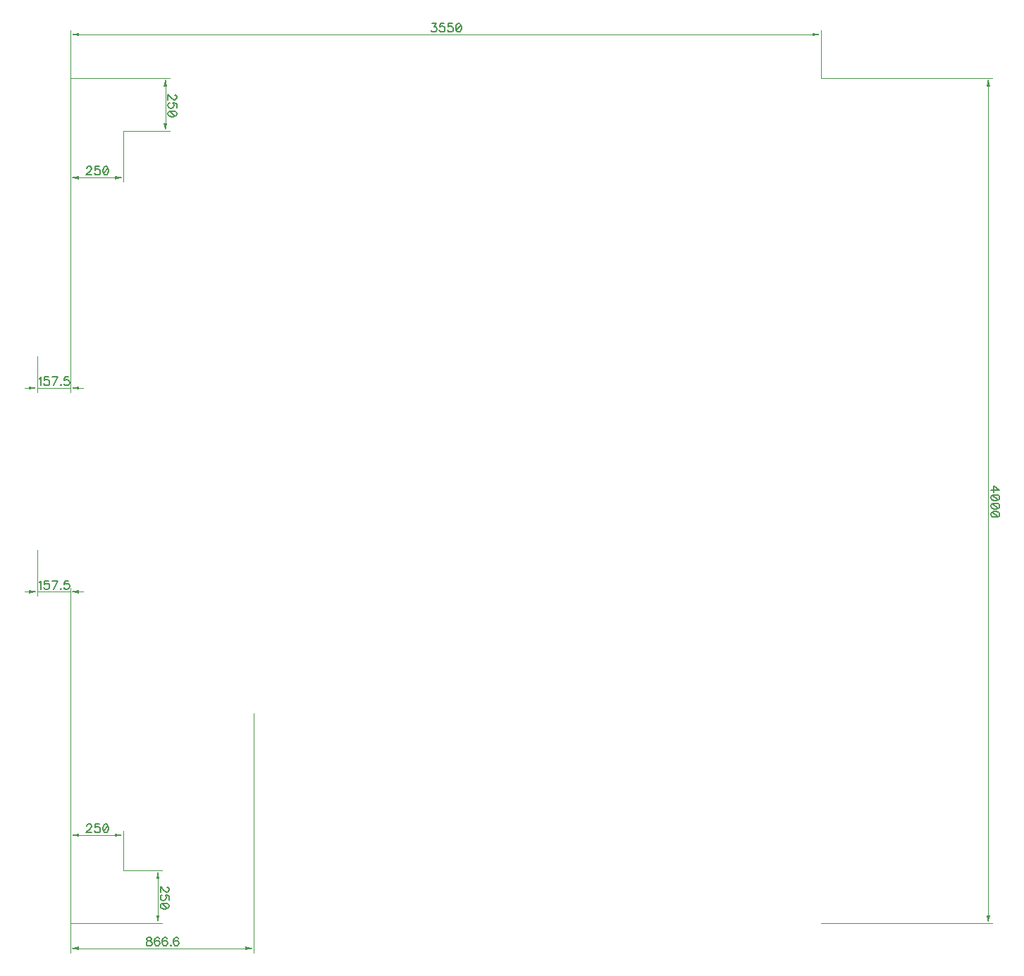
<source format=gbr>
G04 DipTrace 2.4.0.1*
%INTopDimension.gbr*%
%MOIN*%
%ADD13C,0.0014*%
%ADD254C,0.0062*%
%FSLAX44Y44*%
G04*
G70*
G90*
G75*
G01*
%LNTopDimension*%
%LPD*%
X0Y40000D2*
D13*
Y42277D1*
X35500Y40000D2*
Y42277D1*
X17750Y42080D2*
X394D1*
G36*
X0D2*
X394Y42159D1*
Y42001D1*
X0Y42080D1*
G37*
X17750D2*
D13*
X35106D1*
G36*
X35500D2*
X35106Y42001D1*
Y42159D1*
X35500Y42080D1*
G37*
Y40000D2*
D13*
X43617D1*
X35500Y0D2*
X43617D1*
X43420Y20000D2*
Y39606D1*
G36*
Y40000D2*
X43499Y39606D1*
X43341D1*
X43420Y40000D1*
G37*
Y20000D2*
D13*
Y394D1*
G36*
Y0D2*
X43341Y394D1*
X43499D1*
X43420Y0D1*
G37*
X-1575Y26850D2*
D13*
Y25153D1*
X0Y40000D2*
Y25153D1*
X-1575Y25350D2*
X0D1*
X-2166D2*
X-1969D1*
G36*
X-1575D2*
X-1969Y25271D1*
Y25429D1*
X-1575Y25350D1*
G37*
X591D2*
D13*
X394D1*
G36*
X0D2*
X394Y25429D1*
Y25271D1*
X0Y25350D1*
G37*
X-1575Y17680D2*
D13*
Y15503D1*
X0Y0D2*
Y15897D1*
X-1575Y15700D2*
X0D1*
X-2165D2*
X-1969D1*
G36*
X-1575D2*
X-1969Y15621D1*
Y15779D1*
X-1575Y15700D1*
G37*
X591D2*
D13*
X394D1*
G36*
X0D2*
X394Y15779D1*
Y15621D1*
X0Y15700D1*
G37*
Y0D2*
D13*
Y4377D1*
X2500Y2500D2*
Y4377D1*
X1250Y4180D2*
X394D1*
G36*
X0D2*
X394Y4259D1*
Y4101D1*
X0Y4180D1*
G37*
X1250D2*
D13*
X2106D1*
G36*
X2500D2*
X2106Y4101D1*
Y4259D1*
X2500Y4180D1*
G37*
X0Y40000D2*
D13*
Y35113D1*
X2500Y37500D2*
Y35113D1*
X1250Y35310D2*
X394D1*
G36*
X0D2*
X394Y35389D1*
Y35231D1*
X0Y35310D1*
G37*
X1250D2*
D13*
X2106D1*
G36*
X2500D2*
X2106Y35231D1*
Y35389D1*
X2500Y35310D1*
G37*
X0Y40000D2*
D13*
X4697D1*
X2500Y37500D2*
X4697D1*
X4500Y38750D2*
Y39606D1*
G36*
Y40000D2*
X4579Y39606D1*
X4421D1*
X4500Y40000D1*
G37*
Y38750D2*
D13*
Y37894D1*
G36*
Y37500D2*
X4421Y37894D1*
X4579D1*
X4500Y37500D1*
G37*
X0Y0D2*
D13*
X4337D1*
X2500Y2500D2*
X4337D1*
X4140Y1250D2*
Y394D1*
G36*
Y0D2*
X4061Y394D1*
X4219D1*
X4140Y0D1*
G37*
Y1250D2*
D13*
Y2106D1*
G36*
Y2500D2*
X4219Y2106D1*
X4061D1*
X4140Y2500D1*
G37*
X0Y0D2*
D13*
Y-1377D1*
X8666Y9955D2*
Y-1377D1*
X4333Y-1180D2*
X394D1*
G36*
X0D2*
X394Y-1101D1*
Y-1259D1*
X0Y-1180D1*
G37*
X4333D2*
D13*
X8272D1*
G36*
X8666D2*
X8272Y-1259D1*
Y-1101D1*
X8666Y-1180D1*
G37*
X17098Y42604D2*
D254*
X17308D1*
X17194Y42451D1*
X17251D1*
X17289Y42432D1*
X17308Y42413D1*
X17328Y42355D1*
Y42317D1*
X17308Y42260D1*
X17270Y42221D1*
X17213Y42202D1*
X17155D1*
X17098Y42221D1*
X17079Y42241D1*
X17060Y42279D1*
X17681Y42604D2*
X17490D1*
X17471Y42432D1*
X17490Y42451D1*
X17547Y42470D1*
X17604D1*
X17662Y42451D1*
X17700Y42413D1*
X17719Y42355D1*
Y42317D1*
X17700Y42260D1*
X17662Y42221D1*
X17604Y42202D1*
X17547D1*
X17490Y42221D1*
X17471Y42241D1*
X17451Y42279D1*
X18072Y42604D2*
X17881D1*
X17862Y42432D1*
X17881Y42451D1*
X17939Y42470D1*
X17996D1*
X18053Y42451D1*
X18092Y42413D1*
X18111Y42355D1*
Y42317D1*
X18092Y42260D1*
X18053Y42221D1*
X17996Y42202D1*
X17939D1*
X17881Y42221D1*
X17862Y42241D1*
X17843Y42279D1*
X18349Y42604D2*
X18292Y42585D1*
X18253Y42527D1*
X18234Y42432D1*
Y42374D1*
X18253Y42279D1*
X18292Y42221D1*
X18349Y42202D1*
X18387D1*
X18445Y42221D1*
X18483Y42279D1*
X18502Y42374D1*
Y42432D1*
X18483Y42527D1*
X18445Y42585D1*
X18387Y42604D1*
X18349D1*
X18483Y42527D2*
X18253Y42279D1*
X43542Y20508D2*
X43944D1*
X43676Y20700D1*
Y20413D1*
X43944Y20174D2*
X43925Y20232D1*
X43867Y20270D1*
X43772Y20289D1*
X43714D1*
X43619Y20270D1*
X43561Y20232D1*
X43542Y20174D1*
Y20136D1*
X43561Y20079D1*
X43619Y20041D1*
X43714Y20021D1*
X43772D1*
X43867Y20041D1*
X43925Y20079D1*
X43944Y20136D1*
Y20174D1*
X43867Y20041D2*
X43619Y20270D1*
X43944Y19783D2*
X43925Y19840D1*
X43867Y19879D1*
X43772Y19898D1*
X43714D1*
X43619Y19879D1*
X43561Y19840D1*
X43542Y19783D1*
Y19745D1*
X43561Y19687D1*
X43619Y19649D1*
X43714Y19630D1*
X43772D1*
X43867Y19649D1*
X43925Y19687D1*
X43944Y19745D1*
Y19783D1*
X43867Y19649D2*
X43619Y19879D1*
X43944Y19391D2*
X43925Y19449D1*
X43867Y19487D1*
X43772Y19506D1*
X43714D1*
X43619Y19487D1*
X43561Y19449D1*
X43542Y19391D1*
Y19353D1*
X43561Y19296D1*
X43619Y19258D1*
X43714Y19238D1*
X43772D1*
X43867Y19258D1*
X43925Y19296D1*
X43944Y19353D1*
Y19391D1*
X43867Y19258D2*
X43619Y19487D1*
X-1473Y25797D2*
X-1434Y25817D1*
X-1377Y25874D1*
Y25472D1*
X-1024Y25874D2*
X-1215D1*
X-1234Y25702D1*
X-1215Y25721D1*
X-1157Y25740D1*
X-1100D1*
X-1043Y25721D1*
X-1004Y25683D1*
X-985Y25625D1*
Y25587D1*
X-1004Y25530D1*
X-1043Y25491D1*
X-1100Y25472D1*
X-1157D1*
X-1215Y25491D1*
X-1234Y25511D1*
X-1253Y25549D1*
X-785Y25472D2*
X-594Y25874D1*
X-862D1*
X-451Y25511D2*
X-470Y25491D1*
X-451Y25472D1*
X-432Y25491D1*
X-451Y25511D1*
X-79Y25874D2*
X-270D1*
X-289Y25702D1*
X-270Y25721D1*
X-212Y25740D1*
X-155D1*
X-98Y25721D1*
X-59Y25683D1*
X-40Y25625D1*
Y25587D1*
X-59Y25530D1*
X-98Y25491D1*
X-155Y25472D1*
X-212D1*
X-270Y25491D1*
X-289Y25511D1*
X-308Y25549D1*
X-1473Y16147D2*
X-1434Y16167D1*
X-1377Y16224D1*
Y15822D1*
X-1024Y16224D2*
X-1215D1*
X-1234Y16052D1*
X-1215Y16071D1*
X-1157Y16090D1*
X-1100D1*
X-1043Y16071D1*
X-1004Y16033D1*
X-985Y15975D1*
Y15937D1*
X-1004Y15880D1*
X-1043Y15841D1*
X-1100Y15822D1*
X-1157D1*
X-1215Y15841D1*
X-1234Y15861D1*
X-1253Y15899D1*
X-785Y15822D2*
X-594Y16224D1*
X-862D1*
X-451Y15861D2*
X-470Y15841D1*
X-451Y15822D1*
X-432Y15841D1*
X-451Y15861D1*
X-79Y16224D2*
X-270D1*
X-289Y16052D1*
X-270Y16071D1*
X-212Y16090D1*
X-155D1*
X-98Y16071D1*
X-59Y16033D1*
X-40Y15975D1*
Y15937D1*
X-59Y15880D1*
X-98Y15841D1*
X-155Y15822D1*
X-212D1*
X-270Y15841D1*
X-289Y15861D1*
X-308Y15899D1*
X775Y4608D2*
Y4627D1*
X794Y4666D1*
X813Y4685D1*
X851Y4704D1*
X928D1*
X966Y4685D1*
X985Y4666D1*
X1004Y4627D1*
Y4589D1*
X985Y4551D1*
X947Y4494D1*
X755Y4302D1*
X1023D1*
X1376Y4704D2*
X1185D1*
X1166Y4532D1*
X1185Y4551D1*
X1243Y4570D1*
X1300D1*
X1357Y4551D1*
X1396Y4513D1*
X1415Y4455D1*
Y4417D1*
X1396Y4360D1*
X1357Y4321D1*
X1300Y4302D1*
X1243D1*
X1185Y4321D1*
X1166Y4341D1*
X1147Y4379D1*
X1653Y4704D2*
X1596Y4685D1*
X1557Y4627D1*
X1538Y4532D1*
Y4474D1*
X1557Y4379D1*
X1596Y4321D1*
X1653Y4302D1*
X1691D1*
X1749Y4321D1*
X1787Y4379D1*
X1806Y4474D1*
Y4532D1*
X1787Y4627D1*
X1749Y4685D1*
X1691Y4704D1*
X1653D1*
X1787Y4627D2*
X1557Y4379D1*
X775Y35738D2*
Y35757D1*
X794Y35796D1*
X813Y35815D1*
X851Y35834D1*
X928D1*
X966Y35815D1*
X985Y35796D1*
X1004Y35757D1*
Y35719D1*
X985Y35681D1*
X947Y35624D1*
X755Y35432D1*
X1023D1*
X1376Y35834D2*
X1185D1*
X1166Y35662D1*
X1185Y35681D1*
X1243Y35700D1*
X1300D1*
X1357Y35681D1*
X1396Y35643D1*
X1415Y35585D1*
Y35547D1*
X1396Y35490D1*
X1357Y35451D1*
X1300Y35432D1*
X1243D1*
X1185Y35451D1*
X1166Y35471D1*
X1147Y35509D1*
X1653Y35834D2*
X1596Y35815D1*
X1557Y35757D1*
X1538Y35662D1*
Y35604D1*
X1557Y35509D1*
X1596Y35451D1*
X1653Y35432D1*
X1691D1*
X1749Y35451D1*
X1787Y35509D1*
X1806Y35604D1*
Y35662D1*
X1787Y35757D1*
X1749Y35815D1*
X1691Y35834D1*
X1653D1*
X1787Y35757D2*
X1557Y35509D1*
X4928Y39225D2*
X4947D1*
X4986Y39206D1*
X5005Y39187D1*
X5024Y39149D1*
Y39072D1*
X5005Y39034D1*
X4986Y39015D1*
X4947Y38996D1*
X4909D1*
X4871Y39015D1*
X4814Y39053D1*
X4622Y39245D1*
Y38977D1*
X5024Y38624D2*
Y38815D1*
X4852Y38834D1*
X4871Y38815D1*
X4890Y38757D1*
Y38700D1*
X4871Y38643D1*
X4833Y38604D1*
X4775Y38585D1*
X4737D1*
X4680Y38604D1*
X4641Y38643D1*
X4622Y38700D1*
Y38757D1*
X4641Y38815D1*
X4661Y38834D1*
X4699Y38853D1*
X5024Y38347D2*
X5005Y38404D1*
X4947Y38443D1*
X4852Y38462D1*
X4794D1*
X4699Y38443D1*
X4641Y38404D1*
X4622Y38347D1*
Y38309D1*
X4641Y38251D1*
X4699Y38213D1*
X4794Y38194D1*
X4852D1*
X4947Y38213D1*
X5005Y38251D1*
X5024Y38309D1*
Y38347D1*
X4947Y38213D2*
X4699Y38443D1*
X4568Y1725D2*
X4587D1*
X4626Y1706D1*
X4645Y1687D1*
X4664Y1649D1*
Y1572D1*
X4645Y1534D1*
X4626Y1515D1*
X4587Y1496D1*
X4549D1*
X4511Y1515D1*
X4454Y1553D1*
X4262Y1745D1*
Y1477D1*
X4664Y1124D2*
Y1315D1*
X4492Y1334D1*
X4511Y1315D1*
X4530Y1257D1*
Y1200D1*
X4511Y1143D1*
X4473Y1104D1*
X4415Y1085D1*
X4377D1*
X4320Y1104D1*
X4281Y1143D1*
X4262Y1200D1*
Y1257D1*
X4281Y1315D1*
X4301Y1334D1*
X4339Y1353D1*
X4664Y847D2*
X4645Y904D1*
X4587Y943D1*
X4492Y962D1*
X4434D1*
X4339Y943D1*
X4281Y904D1*
X4262Y847D1*
Y809D1*
X4281Y751D1*
X4339Y713D1*
X4434Y694D1*
X4492D1*
X4587Y713D1*
X4645Y751D1*
X4664Y809D1*
Y847D1*
X4587Y713D2*
X4339Y943D1*
X3687Y-656D2*
X3630Y-675D1*
X3610Y-713D1*
Y-752D1*
X3630Y-790D1*
X3668Y-809D1*
X3744Y-828D1*
X3802Y-847D1*
X3840Y-886D1*
X3859Y-924D1*
Y-981D1*
X3840Y-1019D1*
X3821Y-1039D1*
X3763Y-1058D1*
X3687D1*
X3630Y-1039D1*
X3610Y-1019D1*
X3591Y-981D1*
Y-924D1*
X3610Y-886D1*
X3649Y-847D1*
X3706Y-828D1*
X3782Y-809D1*
X3821Y-790D1*
X3840Y-752D1*
Y-713D1*
X3821Y-675D1*
X3763Y-656D1*
X3687D1*
X4212Y-713D2*
X4193Y-675D1*
X4135Y-656D1*
X4097D1*
X4040Y-675D1*
X4001Y-733D1*
X3982Y-828D1*
Y-924D1*
X4001Y-1000D1*
X4040Y-1039D1*
X4097Y-1058D1*
X4116D1*
X4173Y-1039D1*
X4212Y-1000D1*
X4231Y-943D1*
Y-924D1*
X4212Y-866D1*
X4173Y-828D1*
X4116Y-809D1*
X4097D1*
X4040Y-828D1*
X4001Y-866D1*
X3982Y-924D1*
X4584Y-713D2*
X4565Y-675D1*
X4507Y-656D1*
X4469D1*
X4412Y-675D1*
X4373Y-733D1*
X4354Y-828D1*
Y-924D1*
X4373Y-1000D1*
X4412Y-1039D1*
X4469Y-1058D1*
X4488D1*
X4545Y-1039D1*
X4584Y-1000D1*
X4603Y-943D1*
Y-924D1*
X4584Y-866D1*
X4545Y-828D1*
X4488Y-809D1*
X4469D1*
X4412Y-828D1*
X4373Y-866D1*
X4354Y-924D1*
X4745Y-1019D2*
X4726Y-1039D1*
X4745Y-1058D1*
X4765Y-1039D1*
X4745Y-1019D1*
X5118Y-713D2*
X5099Y-675D1*
X5041Y-656D1*
X5003D1*
X4946Y-675D1*
X4907Y-733D1*
X4888Y-828D1*
Y-924D1*
X4907Y-1000D1*
X4946Y-1039D1*
X5003Y-1058D1*
X5022D1*
X5079Y-1039D1*
X5118Y-1000D1*
X5137Y-943D1*
Y-924D1*
X5118Y-866D1*
X5079Y-828D1*
X5022Y-809D1*
X5003D1*
X4946Y-828D1*
X4907Y-866D1*
X4888Y-924D1*
M02*

</source>
